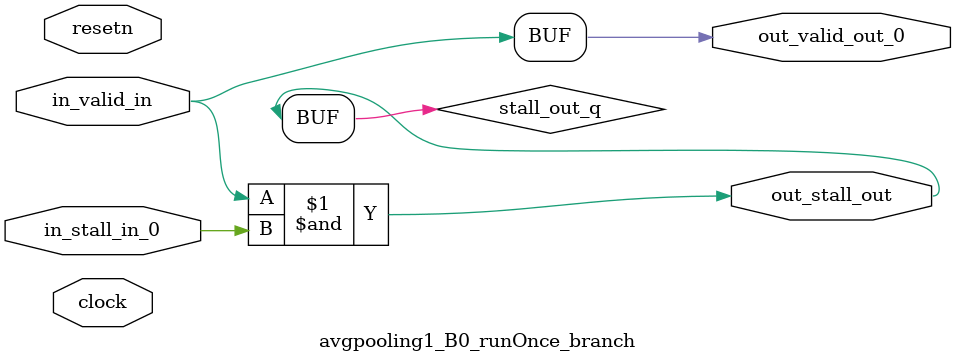
<source format=sv>



(* altera_attribute = "-name AUTO_SHIFT_REGISTER_RECOGNITION OFF; -name MESSAGE_DISABLE 10036; -name MESSAGE_DISABLE 10037; -name MESSAGE_DISABLE 14130; -name MESSAGE_DISABLE 14320; -name MESSAGE_DISABLE 15400; -name MESSAGE_DISABLE 14130; -name MESSAGE_DISABLE 10036; -name MESSAGE_DISABLE 12020; -name MESSAGE_DISABLE 12030; -name MESSAGE_DISABLE 12010; -name MESSAGE_DISABLE 12110; -name MESSAGE_DISABLE 14320; -name MESSAGE_DISABLE 13410; -name MESSAGE_DISABLE 113007; -name MESSAGE_DISABLE 10958" *)
module avgpooling1_B0_runOnce_branch (
    input wire [0:0] in_stall_in_0,
    input wire [0:0] in_valid_in,
    output wire [0:0] out_stall_out,
    output wire [0:0] out_valid_out_0,
    input wire clock,
    input wire resetn
    );

    wire [0:0] stall_out_q;


    // stall_out(LOGICAL,6)
    assign stall_out_q = in_valid_in & in_stall_in_0;

    // out_stall_out(GPOUT,4)
    assign out_stall_out = stall_out_q;

    // out_valid_out_0(GPOUT,5)
    assign out_valid_out_0 = in_valid_in;

endmodule

</source>
